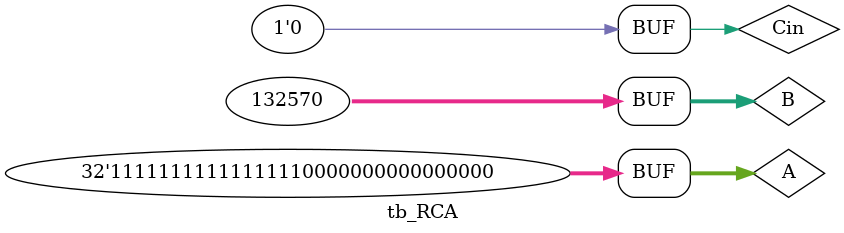
<source format=v>
module tb_RCA;
    reg [31:0] A, B;
    reg Cin;
    wire [31:0] S;
    wire Cout;

    RCA32 Adder(S, Cout, A, B, Cin);

    initial begin
        A = 32'd10; B = 32'd20; Cin = 0; #10;
        if (S !== 32'd30 || Cout !== 0) $display("1.failed");
        A = 32'd53250; #10;
        if (S !== 32'd53270 || Cout !== 0) $display("2.failed");
        A = 32'hffffffff; B = 32'h3; #10;
        if (S !== 32'h2 || Cout !== 1) $display("3.failed");
        A = 32'he3244bbe; B = 32'hd332ff2; #10;
        if (S !== 32'hf0577bb0 || Cout !== 0) $display("4.failed");
        A = 32'hffff0000; B = 32'h205da; #10;
        if (S !== 32'h105da || Cout !== 1) $display("5.failed");
    end
endmodule
</source>
